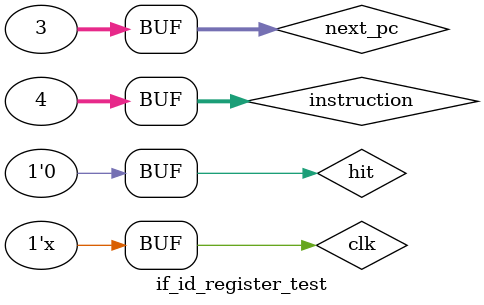
<source format=v>
`timescale 1ns / 1ps

module if_id_register_test;

	// Inputs
	reg clk;
	reg hit;
	reg [31:0] next_pc;
	reg [31:0] instruction;

	// Outputs
	wire [31:0] instruction_out;
	wire [31:0] next_pc_out;

	// Instantiate the Unit Under Test (UUT)
	if_id_register uut (
		.clk(clk), 
		.hit(hit), 
		.next_pc(next_pc), 
		.instruction(instruction), 
		.instruction_out(instruction_out), 
		.next_pc_out(next_pc_out)
	);
	
	initial begin
		clk = 0;
	end
	always #5 clk = ~clk;
	
	initial begin
		// Initialize Inputs
		hit = 0;
		next_pc = 0;
		instruction = 0;

		// Wait 100 ns for global reset to finish
		#100;
		next_pc = 1;
		instruction = 2;
		
		#20;
		next_pc = 3;
		instruction = 4;
        
		// Add stimulus here

	end
      
endmodule


</source>
